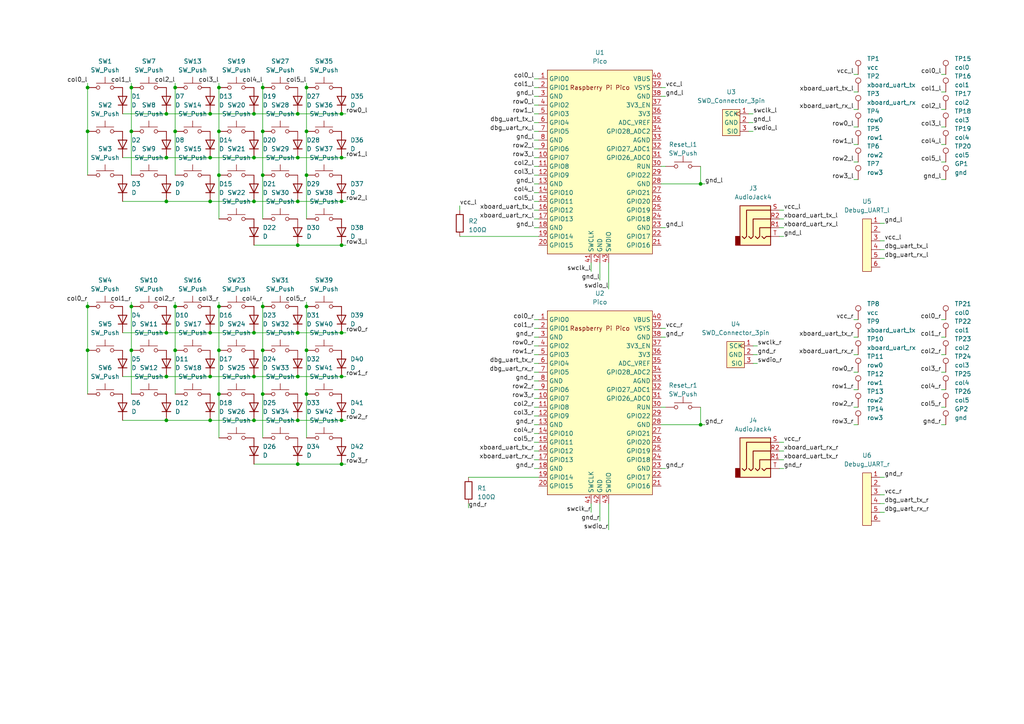
<source format=kicad_sch>
(kicad_sch (version 20230121) (generator eeschema)
  (paper "A4")
  (junction (at 86.36 71.12))
  (junction (at 73.66 45.72))
  (junction (at 88.9 88.9))
  (junction (at 99.06 121.92))
  (junction (at 99.06 71.12))
  (junction (at 48.26 96.52))
  (junction (at 63.5 50.8))
  (junction (at 73.66 58.42))
  (junction (at 86.36 96.52))
  (junction (at 99.06 96.52))
  (junction (at 99.06 134.62))
  (junction (at 63.5 88.9))
  (junction (at 38.1 101.6))
  (junction (at 60.96 121.92))
  (junction (at 38.1 88.9))
  (junction (at 60.96 45.72))
  (junction (at 73.66 33.02))
  (junction (at 73.66 121.92))
  (junction (at 88.9 114.3))
  (junction (at 48.26 109.22))
  (junction (at 99.06 109.22))
  (junction (at 25.4 101.6))
  (junction (at 73.66 109.22))
  (junction (at 60.96 58.42))
  (junction (at 25.4 38.1))
  (junction (at 76.2 25.4))
  (junction (at 76.2 101.6))
  (junction (at 60.96 33.02))
  (junction (at 63.5 38.1))
  (junction (at 99.06 45.72))
  (junction (at 38.1 25.4))
  (junction (at 48.26 45.72))
  (junction (at 50.8 38.1))
  (junction (at 48.26 121.92))
  (junction (at 76.2 38.1))
  (junction (at 63.5 114.3))
  (junction (at 50.8 25.4))
  (junction (at 86.36 134.62))
  (junction (at 99.06 33.02))
  (junction (at 86.36 33.02))
  (junction (at 73.66 96.52))
  (junction (at 48.26 33.02))
  (junction (at 88.9 50.8))
  (junction (at 50.8 88.9))
  (junction (at 76.2 50.8))
  (junction (at 38.1 38.1))
  (junction (at 63.5 25.4))
  (junction (at 86.36 109.22))
  (junction (at 60.96 96.52))
  (junction (at 48.26 58.42))
  (junction (at 25.4 88.9))
  (junction (at 88.9 38.1))
  (junction (at 50.8 101.6))
  (junction (at 203.2 123.19))
  (junction (at 63.5 101.6))
  (junction (at 25.4 25.4))
  (junction (at 88.9 25.4))
  (junction (at 76.2 88.9))
  (junction (at 203.2 53.34))
  (junction (at 86.36 45.72))
  (junction (at 76.2 114.3))
  (junction (at 88.9 101.6))
  (junction (at 86.36 58.42))
  (junction (at 86.36 121.92))
  (junction (at 99.06 58.42))
  (junction (at 60.96 109.22))
  (wire (pts (xy 247.65 123.19) (xy 248.92 123.19)))
  (wire (pts (xy 38.1 101.6) (xy 38.1 114.3)))
  (wire (pts (xy 273.05 21.59) (xy 274.32 21.59)))
  (wire (pts (xy 50.8 24.13) (xy 50.8 25.4)))
  (wire (pts (xy 273.05 107.95) (xy 274.32 107.95)))
  (wire (pts (xy 88.9 101.6) (xy 88.9 114.3)))
  (wire (pts (xy 38.1 24.13) (xy 38.1 25.4)))
  (wire (pts (xy 247.65 92.71) (xy 248.92 92.71)))
  (wire (pts (xy 63.5 25.4) (xy 63.5 38.1)))
  (wire (pts (xy 173.99 146.05) (xy 173.99 151.13)))
  (wire (pts (xy 38.1 87.63) (xy 38.1 88.9)))
  (wire (pts (xy 218.44 102.87) (xy 219.71 102.87)))
  (wire (pts (xy 273.05 41.91) (xy 274.32 41.91)))
  (wire (pts (xy 273.05 46.99) (xy 274.32 46.99)))
  (wire (pts (xy 154.94 125.73) (xy 156.21 125.73)))
  (wire (pts (xy 35.56 58.42) (xy 48.26 58.42)))
  (wire (pts (xy 247.65 36.83) (xy 248.92 36.83)))
  (wire (pts (xy 60.96 33.02) (xy 73.66 33.02)))
  (wire (pts (xy 255.27 74.93) (xy 256.54 74.93)))
  (wire (pts (xy 154.94 97.79) (xy 156.21 97.79)))
  (wire (pts (xy 154.94 40.64) (xy 156.21 40.64)))
  (wire (pts (xy 86.36 121.92) (xy 99.06 121.92)))
  (wire (pts (xy 135.89 138.43) (xy 156.21 138.43)))
  (wire (pts (xy 247.65 26.67) (xy 248.92 26.67)))
  (wire (pts (xy 135.89 146.05) (xy 135.89 147.32)))
  (wire (pts (xy 273.05 92.71) (xy 274.32 92.71)))
  (wire (pts (xy 35.56 109.22) (xy 48.26 109.22)))
  (wire (pts (xy 154.94 92.71) (xy 156.21 92.71)))
  (wire (pts (xy 273.05 123.19) (xy 274.32 123.19)))
  (wire (pts (xy 154.94 118.11) (xy 156.21 118.11)))
  (wire (pts (xy 203.2 118.11) (xy 203.2 123.19)))
  (wire (pts (xy 133.35 68.58) (xy 156.21 68.58)))
  (wire (pts (xy 154.94 133.35) (xy 156.21 133.35)))
  (wire (pts (xy 86.36 109.22) (xy 99.06 109.22)))
  (wire (pts (xy 273.05 113.03) (xy 274.32 113.03)))
  (wire (pts (xy 154.94 33.02) (xy 156.21 33.02)))
  (wire (pts (xy 154.94 30.48) (xy 156.21 30.48)))
  (wire (pts (xy 60.96 58.42) (xy 73.66 58.42)))
  (wire (pts (xy 154.94 48.26) (xy 156.21 48.26)))
  (wire (pts (xy 247.65 102.87) (xy 248.92 102.87)))
  (wire (pts (xy 86.36 96.52) (xy 99.06 96.52)))
  (wire (pts (xy 154.94 107.95) (xy 156.21 107.95)))
  (wire (pts (xy 247.65 31.75) (xy 248.92 31.75)))
  (wire (pts (xy 191.77 53.34) (xy 203.2 53.34)))
  (wire (pts (xy 35.56 33.02) (xy 48.26 33.02)))
  (wire (pts (xy 25.4 87.63) (xy 25.4 88.9)))
  (wire (pts (xy 191.77 25.4) (xy 193.04 25.4)))
  (wire (pts (xy 99.06 58.42) (xy 100.33 58.42)))
  (wire (pts (xy 154.94 43.18) (xy 156.21 43.18)))
  (wire (pts (xy 86.36 33.02) (xy 99.06 33.02)))
  (wire (pts (xy 176.53 76.2) (xy 176.53 83.82)))
  (wire (pts (xy 73.66 33.02) (xy 86.36 33.02)))
  (wire (pts (xy 154.94 130.81) (xy 156.21 130.81)))
  (wire (pts (xy 88.9 24.13) (xy 88.9 25.4)))
  (wire (pts (xy 273.05 52.07) (xy 274.32 52.07)))
  (wire (pts (xy 48.26 45.72) (xy 60.96 45.72)))
  (wire (pts (xy 247.65 113.03) (xy 248.92 113.03)))
  (wire (pts (xy 154.94 27.94) (xy 156.21 27.94)))
  (wire (pts (xy 63.5 87.63) (xy 63.5 88.9)))
  (wire (pts (xy 63.5 50.8) (xy 63.5 63.5)))
  (wire (pts (xy 203.2 53.34) (xy 204.47 53.34)))
  (wire (pts (xy 76.2 87.63) (xy 76.2 88.9)))
  (wire (pts (xy 171.45 146.05) (xy 171.45 148.59)))
  (wire (pts (xy 25.4 101.6) (xy 25.4 114.3)))
  (wire (pts (xy 86.36 58.42) (xy 99.06 58.42)))
  (wire (pts (xy 60.96 96.52) (xy 73.66 96.52)))
  (wire (pts (xy 86.36 71.12) (xy 99.06 71.12)))
  (wire (pts (xy 63.5 38.1) (xy 63.5 50.8)))
  (wire (pts (xy 76.2 114.3) (xy 76.2 127)))
  (wire (pts (xy 25.4 38.1) (xy 25.4 50.8)))
  (wire (pts (xy 60.96 121.92) (xy 73.66 121.92)))
  (wire (pts (xy 247.65 46.99) (xy 248.92 46.99)))
  (wire (pts (xy 48.26 96.52) (xy 60.96 96.52)))
  (wire (pts (xy 247.65 118.11) (xy 248.92 118.11)))
  (wire (pts (xy 25.4 24.13) (xy 25.4 25.4)))
  (wire (pts (xy 154.94 102.87) (xy 156.21 102.87)))
  (wire (pts (xy 226.06 135.89) (xy 227.33 135.89)))
  (wire (pts (xy 191.77 135.89) (xy 193.04 135.89)))
  (wire (pts (xy 35.56 96.52) (xy 48.26 96.52)))
  (wire (pts (xy 99.06 109.22) (xy 100.33 109.22)))
  (wire (pts (xy 38.1 25.4) (xy 38.1 38.1)))
  (wire (pts (xy 226.06 133.35) (xy 227.33 133.35)))
  (wire (pts (xy 273.05 118.11) (xy 274.32 118.11)))
  (wire (pts (xy 88.9 114.3) (xy 88.9 127)))
  (wire (pts (xy 76.2 88.9) (xy 76.2 101.6)))
  (wire (pts (xy 154.94 63.5) (xy 156.21 63.5)))
  (wire (pts (xy 255.27 69.85) (xy 256.54 69.85)))
  (wire (pts (xy 191.77 66.04) (xy 193.04 66.04)))
  (wire (pts (xy 154.94 115.57) (xy 156.21 115.57)))
  (wire (pts (xy 154.94 38.1) (xy 156.21 38.1)))
  (wire (pts (xy 176.53 146.05) (xy 176.53 153.67)))
  (wire (pts (xy 73.66 58.42) (xy 86.36 58.42)))
  (wire (pts (xy 76.2 25.4) (xy 76.2 38.1)))
  (wire (pts (xy 35.56 45.72) (xy 48.26 45.72)))
  (wire (pts (xy 218.44 100.33) (xy 219.71 100.33)))
  (wire (pts (xy 86.36 134.62) (xy 99.06 134.62)))
  (wire (pts (xy 154.94 113.03) (xy 156.21 113.03)))
  (wire (pts (xy 154.94 100.33) (xy 156.21 100.33)))
  (wire (pts (xy 48.26 109.22) (xy 60.96 109.22)))
  (wire (pts (xy 63.5 24.13) (xy 63.5 25.4)))
  (wire (pts (xy 154.94 58.42) (xy 156.21 58.42)))
  (wire (pts (xy 88.9 87.63) (xy 88.9 88.9)))
  (wire (pts (xy 154.94 45.72) (xy 156.21 45.72)))
  (wire (pts (xy 73.66 109.22) (xy 86.36 109.22)))
  (wire (pts (xy 273.05 97.79) (xy 274.32 97.79)))
  (wire (pts (xy 88.9 38.1) (xy 88.9 50.8)))
  (wire (pts (xy 154.94 22.86) (xy 156.21 22.86)))
  (wire (pts (xy 88.9 88.9) (xy 88.9 101.6)))
  (wire (pts (xy 99.06 96.52) (xy 100.33 96.52)))
  (wire (pts (xy 273.05 26.67) (xy 274.32 26.67)))
  (wire (pts (xy 48.26 58.42) (xy 60.96 58.42)))
  (wire (pts (xy 173.99 76.2) (xy 173.99 81.28)))
  (wire (pts (xy 255.27 72.39) (xy 256.54 72.39)))
  (wire (pts (xy 154.94 25.4) (xy 156.21 25.4)))
  (wire (pts (xy 154.94 66.04) (xy 156.21 66.04)))
  (wire (pts (xy 191.77 97.79) (xy 193.04 97.79)))
  (wire (pts (xy 73.66 45.72) (xy 86.36 45.72)))
  (wire (pts (xy 154.94 95.25) (xy 156.21 95.25)))
  (wire (pts (xy 247.65 52.07) (xy 248.92 52.07)))
  (wire (pts (xy 247.65 41.91) (xy 248.92 41.91)))
  (wire (pts (xy 154.94 123.19) (xy 156.21 123.19)))
  (wire (pts (xy 154.94 60.96) (xy 156.21 60.96)))
  (wire (pts (xy 50.8 25.4) (xy 50.8 38.1)))
  (wire (pts (xy 25.4 88.9) (xy 25.4 101.6)))
  (wire (pts (xy 226.06 60.96) (xy 227.33 60.96)))
  (wire (pts (xy 73.66 121.92) (xy 86.36 121.92)))
  (wire (pts (xy 73.66 71.12) (xy 86.36 71.12)))
  (wire (pts (xy 226.06 68.58) (xy 227.33 68.58)))
  (wire (pts (xy 217.17 33.02) (xy 218.44 33.02)))
  (wire (pts (xy 247.65 107.95) (xy 248.92 107.95)))
  (wire (pts (xy 226.06 130.81) (xy 227.33 130.81)))
  (wire (pts (xy 76.2 50.8) (xy 76.2 63.5)))
  (wire (pts (xy 154.94 55.88) (xy 156.21 55.88)))
  (wire (pts (xy 63.5 114.3) (xy 63.5 127)))
  (wire (pts (xy 273.05 31.75) (xy 274.32 31.75)))
  (wire (pts (xy 191.77 95.25) (xy 193.04 95.25)))
  (wire (pts (xy 38.1 38.1) (xy 38.1 50.8)))
  (wire (pts (xy 154.94 135.89) (xy 156.21 135.89)))
  (wire (pts (xy 226.06 128.27) (xy 227.33 128.27)))
  (wire (pts (xy 247.65 97.79) (xy 248.92 97.79)))
  (wire (pts (xy 60.96 109.22) (xy 73.66 109.22)))
  (wire (pts (xy 50.8 88.9) (xy 50.8 101.6)))
  (wire (pts (xy 154.94 105.41) (xy 156.21 105.41)))
  (wire (pts (xy 154.94 110.49) (xy 156.21 110.49)))
  (wire (pts (xy 73.66 134.62) (xy 86.36 134.62)))
  (wire (pts (xy 154.94 35.56) (xy 156.21 35.56)))
  (wire (pts (xy 133.35 59.69) (xy 133.35 60.96)))
  (wire (pts (xy 273.05 102.87) (xy 274.32 102.87)))
  (wire (pts (xy 154.94 128.27) (xy 156.21 128.27)))
  (wire (pts (xy 154.94 50.8) (xy 156.21 50.8)))
  (wire (pts (xy 226.06 66.04) (xy 227.33 66.04)))
  (wire (pts (xy 88.9 50.8) (xy 88.9 63.5)))
  (wire (pts (xy 191.77 27.94) (xy 193.04 27.94)))
  (wire (pts (xy 48.26 121.92) (xy 60.96 121.92)))
  (wire (pts (xy 154.94 120.65) (xy 156.21 120.65)))
  (wire (pts (xy 76.2 38.1) (xy 76.2 50.8)))
  (wire (pts (xy 226.06 63.5) (xy 227.33 63.5)))
  (wire (pts (xy 99.06 134.62) (xy 100.33 134.62)))
  (wire (pts (xy 63.5 101.6) (xy 63.5 114.3)))
  (wire (pts (xy 99.06 45.72) (xy 100.33 45.72)))
  (wire (pts (xy 255.27 138.43) (xy 256.54 138.43)))
  (wire (pts (xy 86.36 45.72) (xy 99.06 45.72)))
  (wire (pts (xy 218.44 105.41) (xy 219.71 105.41)))
  (wire (pts (xy 191.77 48.26) (xy 193.04 48.26)))
  (wire (pts (xy 60.96 45.72) (xy 73.66 45.72)))
  (wire (pts (xy 35.56 121.92) (xy 48.26 121.92)))
  (wire (pts (xy 73.66 96.52) (xy 86.36 96.52)))
  (wire (pts (xy 255.27 146.05) (xy 256.54 146.05)))
  (wire (pts (xy 50.8 87.63) (xy 50.8 88.9)))
  (wire (pts (xy 99.06 33.02) (xy 100.33 33.02)))
  (wire (pts (xy 50.8 38.1) (xy 50.8 50.8)))
  (wire (pts (xy 255.27 143.51) (xy 256.54 143.51)))
  (wire (pts (xy 50.8 101.6) (xy 50.8 114.3)))
  (wire (pts (xy 99.06 71.12) (xy 100.33 71.12)))
  (wire (pts (xy 76.2 101.6) (xy 76.2 114.3)))
  (wire (pts (xy 255.27 64.77) (xy 256.54 64.77)))
  (wire (pts (xy 191.77 123.19) (xy 203.2 123.19)))
  (wire (pts (xy 255.27 148.59) (xy 256.54 148.59)))
  (wire (pts (xy 154.94 53.34) (xy 156.21 53.34)))
  (wire (pts (xy 63.5 88.9) (xy 63.5 101.6)))
  (wire (pts (xy 25.4 25.4) (xy 25.4 38.1)))
  (wire (pts (xy 99.06 121.92) (xy 100.33 121.92)))
  (wire (pts (xy 217.17 38.1) (xy 218.44 38.1)))
  (wire (pts (xy 76.2 24.13) (xy 76.2 25.4)))
  (wire (pts (xy 38.1 88.9) (xy 38.1 101.6)))
  (wire (pts (xy 203.2 48.26) (xy 203.2 53.34)))
  (wire (pts (xy 203.2 123.19) (xy 204.47 123.19)))
  (wire (pts (xy 191.77 118.11) (xy 193.04 118.11)))
  (wire (pts (xy 217.17 35.56) (xy 218.44 35.56)))
  (wire (pts (xy 171.45 76.2) (xy 171.45 78.74)))
  (wire (pts (xy 48.26 33.02) (xy 60.96 33.02)))
  (wire (pts (xy 273.05 36.83) (xy 274.32 36.83)))
  (wire (pts (xy 88.9 25.4) (xy 88.9 38.1)))
  (wire (pts (xy 247.65 21.59) (xy 248.92 21.59)))
  (label "swdio_r" (at 176.53 153.67 180))
  (label "col2_l" (at 50.8 24.13 180))
  (label "swclk_l" (at 218.44 33.02 0))
  (label "xboard_uart_rx_l" (at 247.65 31.75 180))
  (label "gnd_r" (at 256.54 138.43 0))
  (label "gnd_r" (at 273.05 123.19 180))
  (label "dbg_uart_tx_l" (at 256.54 72.39 0))
  (label "gnd_l" (at 256.54 64.77 0))
  (label "gnd_r" (at 227.33 135.89 0))
  (label "col3_r" (at 154.94 120.65 180))
  (label "row3_r" (at 247.65 123.19 180))
  (label "col4_l" (at 76.2 24.13 180))
  (label "vcc_l" (at 133.35 59.69 0))
  (label "swclk_r" (at 219.71 100.33 0))
  (label "gnd_l" (at 173.99 81.28 180))
  (label "row2_l" (at 247.65 46.99 180))
  (label "gnd_r" (at 154.94 123.19 180))
  (label "row1_l" (at 100.33 45.72 0))
  (label "row2_r" (at 154.94 113.03 180))
  (label "xboard_uart_tx_r" (at 247.65 97.79 180))
  (label "gnd_r" (at 193.04 135.89 0))
  (label "row0_r" (at 247.65 107.95 180))
  (label "gnd_l" (at 154.94 66.04 180))
  (label "gnd_l" (at 154.94 40.64 180))
  (label "gnd_l" (at 193.04 66.04 0))
  (label "gnd_r" (at 219.71 102.87 0))
  (label "col1_l" (at 273.05 26.67 180))
  (label "gnd_r" (at 135.89 147.32 0))
  (label "col2_r" (at 50.8 87.63 180))
  (label "row0_r" (at 154.94 100.33 180))
  (label "xboard_uart_rx_l" (at 227.33 66.04 0))
  (label "row1_r" (at 247.65 113.03 180))
  (label "swdio_r" (at 219.71 105.41 0))
  (label "col0_r" (at 25.4 87.63 180))
  (label "gnd_r" (at 154.94 110.49 180))
  (label "gnd_r" (at 173.99 151.13 180))
  (label "col2_r" (at 273.05 102.87 180))
  (label "col5_l" (at 88.9 24.13 180))
  (label "col3_r" (at 63.5 87.63 180))
  (label "row3_r" (at 100.33 134.62 0))
  (label "col4_l" (at 273.05 41.91 180))
  (label "dbg_uart_rx_r" (at 256.54 148.59 0))
  (label "swclk_r" (at 171.45 148.59 180))
  (label "xboard_uart_tx_r" (at 227.33 133.35 0))
  (label "vcc_r" (at 256.54 143.51 0))
  (label "row2_l" (at 100.33 58.42 0))
  (label "xboard_uart_rx_r" (at 154.94 133.35 180))
  (label "vcc_l" (at 227.33 60.96 0))
  (label "row2_r" (at 247.65 118.11 180))
  (label "swclk_l" (at 171.45 78.74 180))
  (label "col1_r" (at 273.05 97.79 180))
  (label "col2_l" (at 273.05 31.75 180))
  (label "col4_r" (at 154.94 125.73 180))
  (label "row0_l" (at 154.94 30.48 180))
  (label "dbg_uart_tx_r" (at 256.54 146.05 0))
  (label "dbg_uart_tx_r" (at 154.94 105.41 180))
  (label "row3_l" (at 100.33 71.12 0))
  (label "dbg_uart_rx_l" (at 154.94 38.1 180))
  (label "col0_r" (at 154.94 92.71 180))
  (label "swdio_l" (at 176.53 83.82 180))
  (label "col1_r" (at 38.1 87.63 180))
  (label "xboard_uart_rx_r" (at 227.33 130.81 0))
  (label "col0_l" (at 154.94 22.86 180))
  (label "vcc_l" (at 193.04 25.4 0))
  (label "col3_l" (at 63.5 24.13 180))
  (label "row0_r" (at 100.33 96.52 0))
  (label "row1_r" (at 100.33 109.22 0))
  (label "gnd_r" (at 193.04 97.79 0))
  (label "vcc_l" (at 247.65 21.59 180))
  (label "col4_r" (at 273.05 113.03 180))
  (label "gnd_l" (at 227.33 68.58 0))
  (label "xboard_uart_tx_l" (at 247.65 26.67 180))
  (label "gnd_l" (at 193.04 27.94 0))
  (label "col3_r" (at 273.05 107.95 180))
  (label "col1_r" (at 154.94 95.25 180))
  (label "vcc_l" (at 256.54 69.85 0))
  (label "col0_l" (at 25.4 24.13 180))
  (label "col2_r" (at 154.94 118.11 180))
  (label "gnd_l" (at 204.47 53.34 0))
  (label "row3_l" (at 247.65 52.07 180))
  (label "vcc_r" (at 227.33 128.27 0))
  (label "col4_l" (at 154.94 55.88 180))
  (label "row1_l" (at 247.65 41.91 180))
  (label "col4_r" (at 76.2 87.63 180))
  (label "col0_r" (at 273.05 92.71 180))
  (label "gnd_l" (at 218.44 35.56 0))
  (label "row1_l" (at 154.94 33.02 180))
  (label "swdio_l" (at 218.44 38.1 0))
  (label "xboard_uart_rx_r" (at 247.65 102.87 180))
  (label "row3_l" (at 154.94 45.72 180))
  (label "gnd_l" (at 273.05 52.07 180))
  (label "dbg_uart_rx_l" (at 256.54 74.93 0))
  (label "xboard_uart_tx_l" (at 227.33 63.5 0))
  (label "gnd_l" (at 154.94 27.94 180))
  (label "xboard_uart_rx_l" (at 154.94 63.5 180))
  (label "col3_l" (at 273.05 36.83 180))
  (label "gnd_r" (at 154.94 97.79 180))
  (label "dbg_uart_rx_r" (at 154.94 107.95 180))
  (label "vcc_r" (at 247.65 92.71 180))
  (label "vcc_r" (at 193.04 95.25 0))
  (label "row0_l" (at 100.33 33.02 0))
  (label "col5_r" (at 273.05 118.11 180))
  (label "row0_l" (at 247.65 36.83 180))
  (label "col0_l" (at 273.05 21.59 180))
  (label "row2_l" (at 154.94 43.18 180))
  (label "col1_l" (at 38.1 24.13 180))
  (label "col5_r" (at 154.94 128.27 180))
  (label "gnd_r" (at 204.47 123.19 0))
  (label "row1_r" (at 154.94 102.87 180))
  (label "col5_l" (at 273.05 46.99 180))
  (label "dbg_uart_tx_l" (at 154.94 35.56 180))
  (label "xboard_uart_tx_r" (at 154.94 130.81 180))
  (label "xboard_uart_tx_l" (at 154.94 60.96 180))
  (label "gnd_l" (at 154.94 53.34 180))
  (label "col5_r" (at 88.9 87.63 180))
  (label "col2_l" (at 154.94 48.26 180))
  (label "row3_r" (at 154.94 115.57 180))
  (label "col1_l" (at 154.94 25.4 180))
  (label "col3_l" (at 154.94 50.8 180))
  (label "col5_l" (at 154.94 58.42 180))
  (label "row2_r" (at 100.33 121.92 0))
  (label "gnd_r" (at 154.94 135.89 180))
  (symbol (lib_id "Device:D") (at 99.06 105.41 90) (unit 1)
    (property "Reference" "D40" (at 101.6 104.1399 90) (effects (justify right)))
    (property "Value" "D" (at 101.6 106.6799 90) (effects (justify right)))
    (property "Footprint" "Diode_SMD:D_1206_3216Metric" (effects hide))
  )
  (symbol (lib_id "Connector:TestPoint") (at 274.32 36.83 0) (unit 1)
    (property "Reference" "TP18" (at 276.86 32.2579 0) (effects (justify left)))
    (property "Value" "col3" (at 276.86 34.7979 0) (effects (justify left)))
    (property "Footprint" "Connector_PinHeader_2.54mm:PinHeader_1x01_P2.54mm_Vertical" (effects hide))
  )
  (symbol (lib_id "Device:D") (at 99.06 92.71 90) (unit 1)
    (property "Reference" "D39" (at 101.6 91.4399 90) (effects (justify right)))
    (property "Value" "D" (at 101.6 93.9799 90) (effects (justify right)))
    (property "Footprint" "Diode_SMD:D_1206_3216Metric" (effects hide))
  )
  (symbol (lib_id "Device:D") (at 48.26 29.21 90) (unit 1)
    (property "Reference" "D7" (at 50.8 27.9399 90) (effects (justify right)))
    (property "Value" "D" (at 50.8 30.4799 90) (effects (justify right)))
    (property "Footprint" "Diode_SMD:D_1206_3216Metric" (effects hide))
  )
  (symbol (lib_id "Connector:TestPoint") (at 248.92 31.75 0) (unit 1)
    (property "Reference" "TP3" (at 251.46 27.1779 0) (effects (justify left)))
    (property "Value" "xboard_uart_rx" (at 251.46 29.7179 0) (effects (justify left)))
    (property "Footprint" "Connector_PinHeader_2.54mm:PinHeader_1x01_P2.54mm_Vertical" (effects hide))
  )
  (symbol (lib_id "Device:D") (at 86.36 54.61 90) (unit 1)
    (property "Reference" "D29" (at 88.9 53.3399 90) (effects (justify right)))
    (property "Value" "D" (at 88.9 55.8799 90) (effects (justify right)))
    (property "Footprint" "Diode_SMD:D_1206_3216Metric" (effects hide))
  )
  (symbol (lib_id "Connector:TestPoint") (at 248.92 46.99 0) (unit 1)
    (property "Reference" "TP6" (at 251.46 42.4179 0) (effects (justify left)))
    (property "Value" "row2" (at 251.46 44.9579 0) (effects (justify left)))
    (property "Footprint" "Connector_PinHeader_2.54mm:PinHeader_1x01_P2.54mm_Vertical" (effects hide))
  )
  (symbol (lib_id "Switch:SW_Push") (at 81.28 25.4 0) (unit 1)
    (property "Reference" "SW27" (at 81.28 17.78 0))
    (property "Value" "SW_Push" (at 81.28 20.32 0))
    (property "Footprint" "Key_Switches:Kailh_socket_MX" (effects hide))
  )
  (symbol (lib_id "Connector:TestPoint") (at 274.32 123.19 0) (unit 1)
    (property "Reference" "GP2" (at 276.86 118.6179 0) (effects (justify left)))
    (property "Value" "gnd" (at 276.86 121.1579 0) (effects (justify left)))
    (property "Footprint" "Connector_PinHeader_2.54mm:PinHeader_1x01_P2.54mm_Vertical" (effects hide))
  )
  (symbol (lib_id "Connector:TestPoint") (at 248.92 52.07 0) (unit 1)
    (property "Reference" "TP7" (at 251.46 47.4979 0) (effects (justify left)))
    (property "Value" "row3" (at 251.46 50.0379 0) (effects (justify left)))
    (property "Footprint" "Connector_PinHeader_2.54mm:PinHeader_1x01_P2.54mm_Vertical" (effects hide))
  )
  (symbol (lib_id "Device:D") (at 73.66 54.61 90) (unit 1)
    (property "Reference" "D21" (at 76.2 53.3399 90) (effects (justify right)))
    (property "Value" "D" (at 76.2 55.8799 90) (effects (justify right)))
    (property "Footprint" "Diode_SMD:D_1206_3216Metric" (effects hide))
  )
  (symbol (lib_id "Device:D") (at 60.96 29.21 90) (unit 1)
    (property "Reference" "D13" (at 63.5 27.9399 90) (effects (justify right)))
    (property "Value" "D" (at 63.5 30.4799 90) (effects (justify right)))
    (property "Footprint" "Diode_SMD:D_1206_3216Metric" (effects hide))
  )
  (symbol (lib_id "Connector:TestPoint") (at 274.32 113.03 0) (unit 1)
    (property "Reference" "TP25" (at 276.86 108.4579 0) (effects (justify left)))
    (property "Value" "col4" (at 276.86 110.9979 0) (effects (justify left)))
    (property "Footprint" "Connector_PinHeader_2.54mm:PinHeader_1x01_P2.54mm_Vertical" (effects hide))
  )
  (symbol (lib_id "Switch:SW_Push") (at 43.18 25.4 0) (unit 1)
    (property "Reference" "SW7" (at 43.18 17.78 0))
    (property "Value" "SW_Push" (at 43.18 20.32 0))
    (property "Footprint" "Key_Switches:Kailh_socket_MX" (effects hide))
  )
  (symbol (lib_id "Connector:TestPoint") (at 248.92 41.91 0) (unit 1)
    (property "Reference" "TP5" (at 251.46 37.3379 0) (effects (justify left)))
    (property "Value" "row1" (at 251.46 39.8779 0) (effects (justify left)))
    (property "Footprint" "Connector_PinHeader_2.54mm:PinHeader_1x01_P2.54mm_Vertical" (effects hide))
  )
  (symbol (lib_id "Device:D") (at 35.56 54.61 90) (unit 1)
    (property "Reference" "D3" (at 38.1 53.3399 90) (effects (justify right)))
    (property "Value" "D" (at 38.1 55.8799 90) (effects (justify right)))
    (property "Footprint" "Diode_SMD:D_1206_3216Metric" (effects hide))
  )
  (symbol (lib_id "Device:D") (at 86.36 67.31 90) (unit 1)
    (property "Reference" "D30" (at 88.9 66.0399 90) (effects (justify right)))
    (property "Value" "D" (at 88.9 68.5799 90) (effects (justify right)))
    (property "Footprint" "Diode_SMD:D_1206_3216Metric" (effects hide))
  )
  (symbol (lib_id "Switch:SW_Push") (at 93.98 50.8 0) (unit 1)
    (property "Reference" "SW37" (at 93.98 43.18 0))
    (property "Value" "SW_Push" (at 93.98 45.72 0))
    (property "Footprint" "Key_Switches:Kailh_socket_MX" (effects hide))
  )
  (symbol (lib_id "Connector:TestPoint") (at 274.32 26.67 0) (unit 1)
    (property "Reference" "TP16" (at 276.86 22.0979 0) (effects (justify left)))
    (property "Value" "col1" (at 276.86 24.6379 0) (effects (justify left)))
    (property "Footprint" "Connector_PinHeader_2.54mm:PinHeader_1x01_P2.54mm_Vertical" (effects hide))
  )
  (symbol (lib_id "Device:D") (at 86.36 105.41 90) (unit 1)
    (property "Reference" "D32" (at 88.9 104.1399 90) (effects (justify right)))
    (property "Value" "D" (at 88.9 106.6799 90) (effects (justify right)))
    (property "Footprint" "Diode_SMD:D_1206_3216Metric" (effects hide))
  )
  (symbol (lib_id "entropy:Header_6pin") (at 251.46 144.78 270) (unit 1) (in_bom no)
    (property "Reference" "U6" (at 251.46 132.08 90))
    (property "Value" "Debug_UART_r" (at 251.46 134.62 90))
    (property "Footprint" "entropy:Header_6pin" (effects hide))
  )
  (symbol (lib_id "Switch:SW_Push") (at 68.58 101.6 0) (unit 1)
    (property "Reference" "SW24" (at 68.58 93.98 0))
    (property "Value" "SW_Push" (at 68.58 96.52 0))
    (property "Footprint" "Key_Switches:Kailh_socket_MX" (effects hide))
  )
  (symbol (lib_id "Connector:TestPoint") (at 274.32 21.59 0) (unit 1)
    (property "Reference" "TP15" (at 276.86 17.0179 0) (effects (justify left)))
    (property "Value" "col0" (at 276.86 19.5579 0) (effects (justify left)))
    (property "Footprint" "Connector_PinHeader_2.54mm:PinHeader_1x01_P2.54mm_Vertical" (effects hide))
  )
  (symbol (lib_id "Switch:SW_Push") (at 81.28 127 0) (unit 1)
    (property "Reference" "SW34" (at 81.28 119.38 0))
    (property "Value" "SW_Push" (at 81.28 121.92 0))
    (property "Footprint" "Key_Switches:Kailh_socket_MX" (effects hide))
  )
  (symbol (lib_id "Device:D") (at 73.66 118.11 90) (unit 1)
    (property "Reference" "D25" (at 76.2 116.8399 90) (effects (justify right)))
    (property "Value" "D" (at 76.2 119.3799 90) (effects (justify right)))
    (property "Footprint" "Diode_SMD:D_1206_3216Metric" (effects hide))
  )
  (symbol (lib_id "Switch:SW_Push") (at 198.12 48.26 0) (unit 1)
    (property "Reference" "Reset_l1" (at 198.12 41.91 0))
    (property "Value" "SW_Push" (at 198.12 44.45 0))
    (property "Footprint" "entropy:SW_PTS636_SK25F_SMTR" (effects hide))
  )
  (symbol (lib_id "Connector:AudioJack4") (at 220.98 130.81 0) (unit 1)
    (property "Reference" "J4" (at 218.44 121.92 0))
    (property "Value" "AudioJack4" (at 218.44 124.46 0))
    (property "Footprint" "entropy:Jack_3.5mm_boardsource_TRRS_TH" (effects hide))
  )
  (symbol (lib_id "Switch:SW_Push") (at 81.28 63.5 0) (unit 1)
    (property "Reference" "SW30" (at 81.28 55.88 0))
    (property "Value" "SW_Push" (at 81.28 58.42 0))
    (property "Footprint" "Key_Switches:Kailh_socket_MX" (effects hide))
  )
  (symbol (lib_id "Device:D") (at 35.56 105.41 90) (unit 1)
    (property "Reference" "D5" (at 38.1 104.1399 90) (effects (justify right)))
    (property "Value" "D" (at 38.1 106.6799 90) (effects (justify right)))
    (property "Footprint" "Diode_SMD:D_1206_3216Metric" (effects hide))
  )
  (symbol (lib_id "Switch:SW_Push") (at 68.58 88.9 0) (unit 1)
    (property "Reference" "SW23" (at 68.58 81.28 0))
    (property "Value" "SW_Push" (at 68.58 83.82 0))
    (property "Footprint" "Key_Switches:Kailh_socket_MX" (effects hide))
  )
  (symbol (lib_id "Device:D") (at 48.26 92.71 90) (unit 1)
    (property "Reference" "D10" (at 50.8 91.4399 90) (effects (justify right)))
    (property "Value" "D" (at 50.8 93.9799 90) (effects (justify right)))
    (property "Footprint" "Diode_SMD:D_1206_3216Metric" (effects hide))
  )
  (symbol (lib_id "Connector:TestPoint") (at 248.92 118.11 0) (unit 1)
    (property "Reference" "TP13" (at 251.46 113.5379 0) (effects (justify left)))
    (property "Value" "row2" (at 251.46 116.0779 0) (effects (justify left)))
    (property "Footprint" "Connector_PinHeader_2.54mm:PinHeader_1x01_P2.54mm_Vertical" (effects hide))
  )
  (symbol (lib_id "Device:D") (at 86.36 29.21 90) (unit 1)
    (property "Reference" "D27" (at 88.9 27.9399 90) (effects (justify right)))
    (property "Value" "D" (at 88.9 30.4799 90) (effects (justify right)))
    (property "Footprint" "Diode_SMD:D_1206_3216Metric" (effects hide))
  )
  (symbol (lib_id "Connector:TestPoint") (at 248.92 107.95 0) (unit 1)
    (property "Reference" "TP11" (at 251.46 103.3779 0) (effects (justify left)))
    (property "Value" "row0" (at 251.46 105.9179 0) (effects (justify left)))
    (property "Footprint" "Connector_PinHeader_2.54mm:PinHeader_1x01_P2.54mm_Vertical" (effects hide))
  )
  (symbol (lib_id "Device:D") (at 35.56 118.11 90) (unit 1)
    (property "Reference" "D6" (at 38.1 116.8399 90) (effects (justify right)))
    (property "Value" "D" (at 38.1 119.3799 90) (effects (justify right)))
    (property "Footprint" "Diode_SMD:D_1206_3216Metric" (effects hide))
  )
  (symbol (lib_id "Device:D") (at 73.66 130.81 90) (unit 1)
    (property "Reference" "D26" (at 76.2 129.5399 90) (effects (justify right)))
    (property "Value" "D" (at 76.2 132.0799 90) (effects (justify right)))
    (property "Footprint" "Diode_SMD:D_1206_3216Metric" (effects hide))
  )
  (symbol (lib_id "Connector:TestPoint") (at 274.32 118.11 0) (unit 1)
    (property "Reference" "TP26" (at 276.86 113.5379 0) (effects (justify left)))
    (property "Value" "col5" (at 276.86 116.0779 0) (effects (justify left)))
    (property "Footprint" "Connector_PinHeader_2.54mm:PinHeader_1x01_P2.54mm_Vertical" (effects hide))
  )
  (symbol (lib_id "Switch:SW_Push") (at 68.58 50.8 0) (unit 1)
    (property "Reference" "SW21" (at 68.58 43.18 0))
    (property "Value" "SW_Push" (at 68.58 45.72 0))
    (property "Footprint" "Key_Switches:Kailh_socket_MX" (effects hide))
  )
  (symbol (lib_id "Device:D") (at 73.66 67.31 90) (unit 1)
    (property "Reference" "D22" (at 76.2 66.0399 90) (effects (justify right)))
    (property "Value" "D" (at 76.2 68.5799 90) (effects (justify right)))
    (property "Footprint" "Diode_SMD:D_1206_3216Metric" (effects hide))
  )
  (symbol (lib_id "Device:R") (at 133.35 64.77 0) (unit 1)
    (property "Reference" "R2" (at 135.89 64.135 0) (effects (justify left)))
    (property "Value" "100Ω" (at 135.89 66.675 0) (effects (justify left)))
    (property "Footprint" "Resistor_SMD:R_0603_1608Metric" (effects hide))
    (property "Datasheet" "https://www.seielect.com/catalog/sei-rmcf_rmcp.pdf" (effects hide))
  )
  (symbol (lib_id "Switch:SW_Push") (at 55.88 114.3 0) (unit 1)
    (property "Reference" "SW18" (at 55.88 106.68 0))
    (property "Value" "SW_Push" (at 55.88 109.22 0))
    (property "Footprint" "Key_Switches:Kailh_socket_MX" (effects hide))
  )
  (symbol (lib_id "Switch:SW_Push") (at 30.48 101.6 0) (unit 1)
    (property "Reference" "SW5" (at 30.48 93.98 0))
    (property "Value" "SW_Push" (at 30.48 96.52 0))
    (property "Footprint" "Key_Switches:Kailh_socket_MX" (effects hide))
  )
  (symbol (lib_id "Switch:SW_Push") (at 81.28 88.9 0) (unit 1)
    (property "Reference" "SW31" (at 81.28 81.28 0))
    (property "Value" "SW_Push" (at 81.28 83.82 0))
    (property "Footprint" "Key_Switches:Kailh_socket_MX" (effects hide))
  )
  (symbol (lib_id "Device:D") (at 73.66 41.91 90) (unit 1)
    (property "Reference" "D20" (at 76.2 40.6399 90) (effects (justify right)))
    (property "Value" "D" (at 76.2 43.1799 90) (effects (justify right)))
    (property "Footprint" "Diode_SMD:D_1206_3216Metric" (effects hide))
  )
  (symbol (lib_id "entropy:Header_6pin") (at 251.46 71.12 270) (unit 1) (in_bom no)
    (property "Reference" "U5" (at 251.46 58.42 90))
    (property "Value" "Debug_UART_l" (at 251.46 60.96 90))
    (property "Footprint" "entropy:Header_6pin" (effects hide))
  )
  (symbol (lib_id "Switch:SW_Push") (at 68.58 25.4 0) (unit 1)
    (property "Reference" "SW19" (at 68.58 17.78 0))
    (property "Value" "SW_Push" (at 68.58 20.32 0))
    (property "Footprint" "Key_Switches:Kailh_socket_MX" (effects hide))
  )
  (symbol (lib_id "Switch:SW_Push") (at 55.88 88.9 0) (unit 1)
    (property "Reference" "SW16" (at 55.88 81.28 0))
    (property "Value" "SW_Push" (at 55.88 83.82 0))
    (property "Footprint" "Key_Switches:Kailh_socket_MX" (effects hide))
  )
  (symbol (lib_id "Switch:SW_Push") (at 68.58 63.5 0) (unit 1)
    (property "Reference" "SW22" (at 68.58 55.88 0))
    (property "Value" "SW_Push" (at 68.58 58.42 0))
    (property "Footprint" "Key_Switches:Kailh_socket_MX" (effects hide))
  )
  (symbol (lib_id "Switch:SW_Push") (at 30.48 88.9 0) (unit 1)
    (property "Reference" "SW4" (at 30.48 81.28 0))
    (property "Value" "SW_Push" (at 30.48 83.82 0))
    (property "Footprint" "Key_Switches:Kailh_socket_MX" (effects hide))
  )
  (symbol (lib_id "Switch:SW_Push") (at 30.48 114.3 0) (unit 1)
    (property "Reference" "SW6" (at 30.48 106.68 0))
    (property "Value" "SW_Push" (at 30.48 109.22 0))
    (property "Footprint" "Key_Switches:Kailh_socket_MX" (effects hide))
  )
  (symbol (lib_id "Device:D") (at 86.36 41.91 90) (unit 1)
    (property "Reference" "D28" (at 88.9 40.6399 90) (effects (justify right)))
    (property "Value" "D" (at 88.9 43.1799 90) (effects (justify right)))
    (property "Footprint" "Diode_SMD:D_1206_3216Metric" (effects hide))
  )
  (symbol (lib_id "Device:R") (at 135.89 142.24 0) (unit 1)
    (property "Reference" "R1" (at 138.43 141.605 0) (effects (justify left)))
    (property "Value" "100Ω" (at 138.43 144.145 0) (effects (justify left)))
    (property "Footprint" "Resistor_SMD:R_0603_1608Metric" (effects hide))
    (property "Datasheet" "https://www.seielect.com/catalog/sei-rmcf_rmcp.pdf" (effects hide))
  )
  (symbol (lib_id "Switch:SW_Push") (at 43.18 88.9 0) (unit 1)
    (property "Reference" "SW10" (at 43.18 81.28 0))
    (property "Value" "SW_Push" (at 43.18 83.82 0))
    (property "Footprint" "Key_Switches:Kailh_socket_MX" (effects hide))
  )
  (symbol (lib_id "Connector:TestPoint") (at 274.32 41.91 0) (unit 1)
    (property "Reference" "TP19" (at 276.86 37.3379 0) (effects (justify left)))
    (property "Value" "col4" (at 276.86 39.8779 0) (effects (justify left)))
    (property "Footprint" "Connector_PinHeader_2.54mm:PinHeader_1x01_P2.54mm_Vertical" (effects hide))
  )
  (symbol (lib_id "Switch:SW_Push") (at 30.48 50.8 0) (unit 1)
    (property "Reference" "SW3" (at 30.48 43.18 0))
    (property "Value" "SW_Push" (at 30.48 45.72 0))
    (property "Footprint" "Key_Switches:Kailh_socket_MX" (effects hide))
  )
  (symbol (lib_id "Switch:SW_Push") (at 198.12 118.11 0) (unit 1)
    (property "Reference" "Reset_r1" (at 198.12 111.76 0))
    (property "Value" "SW_Push" (at 198.12 114.3 0))
    (property "Footprint" "entropy:SW_PTS636_SK25F_SMTR" (effects hide))
  )
  (symbol (lib_id "Connector:TestPoint") (at 274.32 92.71 0) (unit 1)
    (property "Reference" "TP21" (at 276.86 88.1379 0) (effects (justify left)))
    (property "Value" "col0" (at 276.86 90.6779 0) (effects (justify left)))
    (property "Footprint" "Connector_PinHeader_2.54mm:PinHeader_1x01_P2.54mm_Vertical" (effects hide))
  )
  (symbol (lib_id "Switch:SW_Push") (at 55.88 38.1 0) (unit 1)
    (property "Reference" "SW14" (at 55.88 30.48 0))
    (property "Value" "SW_Push" (at 55.88 33.02 0))
    (property "Footprint" "Key_Switches:Kailh_socket_MX" (effects hide))
  )
  (symbol (lib_id "Device:D") (at 99.06 118.11 90) (unit 1)
    (property "Reference" "D41" (at 101.6 116.8399 90) (effects (justify right)))
    (property "Value" "D" (at 101.6 119.3799 90) (effects (justify right)))
    (property "Footprint" "Diode_SMD:D_1206_3216Metric" (effects hide))
  )
  (symbol (lib_id "Connector:TestPoint") (at 248.92 92.71 0) (unit 1)
    (property "Reference" "TP8" (at 251.46 88.1379 0) (effects (justify left)))
    (property "Value" "vcc" (at 251.46 90.6779 0) (effects (justify left)))
    (property "Footprint" "Connector_PinHeader_2.54mm:PinHeader_1x01_P2.54mm_Vertical" (effects hide))
  )
  (symbol (lib_id "Switch:SW_Push") (at 93.98 127 0) (unit 1)
    (property "Reference" "SW42" (at 93.98 119.38 0))
    (property "Value" "SW_Push" (at 93.98 121.92 0))
    (property "Footprint" "Key_Switches:Kailh_socket_MX" (effects hide))
  )
  (symbol (lib_id "Connector:AudioJack4") (at 220.98 63.5 0) (unit 1)
    (property "Reference" "J3" (at 218.44 54.61 0))
    (property "Value" "AudioJack4" (at 218.44 57.15 0))
    (property "Footprint" "entropy:Jack_3.5mm_boardsource_TRRS_TH" (effects hide))
  )
  (symbol (lib_id "Device:D") (at 99.06 67.31 90) (unit 1)
    (property "Reference" "D38" (at 101.6 66.0399 90) (effects (justify right)))
    (property "Value" "D" (at 101.6 68.5799 90) (effects (justify right)))
    (property "Footprint" "Diode_SMD:D_1206_3216Metric" (effects hide))
  )
  (symbol (lib_id "Connector:TestPoint") (at 248.92 113.03 0) (unit 1)
    (property "Reference" "TP12" (at 251.46 108.4579 0) (effects (justify left)))
    (property "Value" "row1" (at 251.46 110.9979 0) (effects (justify left)))
    (property "Footprint" "Connector_PinHeader_2.54mm:PinHeader_1x01_P2.54mm_Vertical" (effects hide))
  )
  (symbol (lib_id "Switch:SW_Push") (at 68.58 38.1 0) (unit 1)
    (property "Reference" "SW20" (at 68.58 30.48 0))
    (property "Value" "SW_Push" (at 68.58 33.02 0))
    (property "Footprint" "Key_Switches:Kailh_socket_MX" (effects hide))
  )
  (symbol (lib_id "Device:D") (at 99.06 41.91 90) (unit 1)
    (property "Reference" "D36" (at 101.6 40.6399 90) (effects (justify right)))
    (property "Value" "D" (at 101.6 43.1799 90) (effects (justify right)))
    (property "Footprint" "Diode_SMD:D_1206_3216Metric" (effects hide))
  )
  (symbol (lib_id "Connector:TestPoint") (at 274.32 102.87 0) (unit 1)
    (property "Reference" "TP23" (at 276.86 98.2979 0) (effects (justify left)))
    (property "Value" "col2" (at 276.86 100.8379 0) (effects (justify left)))
    (property "Footprint" "Connector_PinHeader_2.54mm:PinHeader_1x01_P2.54mm_Vertical" (effects hide))
  )
  (symbol (lib_id "Device:D") (at 60.96 92.71 90) (unit 1)
    (property "Reference" "D16" (at 63.5 91.4399 90) (effects (justify right)))
    (property "Value" "D" (at 63.5 93.9799 90) (effects (justify right)))
    (property "Footprint" "Diode_SMD:D_1206_3216Metric" (effects hide))
  )
  (symbol (lib_id "Switch:SW_Push") (at 81.28 114.3 0) (unit 1)
    (property "Reference" "SW33" (at 81.28 106.68 0))
    (property "Value" "SW_Push" (at 81.28 109.22 0))
    (property "Footprint" "Key_Switches:Kailh_socket_MX" (effects hide))
  )
  (symbol (lib_id "Switch:SW_Push") (at 68.58 114.3 0) (unit 1)
    (property "Reference" "SW25" (at 68.58 106.68 0))
    (property "Value" "SW_Push" (at 68.58 109.22 0))
    (property "Footprint" "Key_Switches:Kailh_socket_MX" (effects hide))
  )
  (symbol (lib_id "Switch:SW_Push") (at 43.18 38.1 0) (unit 1)
    (property "Reference" "SW8" (at 43.18 30.48 0))
    (property "Value" "SW_Push" (at 43.18 33.02 0))
    (property "Footprint" "Key_Switches:Kailh_socket_MX" (effects hide))
  )
  (symbol (lib_id "Connector:TestPoint") (at 274.32 107.95 0) (unit 1)
    (property "Reference" "TP24" (at 276.86 103.3779 0) (effects (justify left)))
    (property "Value" "col3" (at 276.86 105.9179 0) (effects (justify left)))
    (property "Footprint" "Connector_PinHeader_2.54mm:PinHeader_1x01_P2.54mm_Vertical" (effects hide))
  )
  (symbol (lib_id "Device:D") (at 99.06 54.61 90) (unit 1)
    (property "Reference" "D37" (at 101.6 53.3399 90) (effects (justify right)))
    (property "Value" "D" (at 101.6 55.8799 90) (effects (justify right)))
    (property "Footprint" "Diode_SMD:D_1206_3216Metric" (effects hide))
  )
  (symbol (lib_id "Switch:SW_Push") (at 93.98 63.5 0) (unit 1)
    (property "Reference" "SW38" (at 93.98 55.88 0))
    (property "Value" "SW_Push" (at 93.98 58.42 0))
    (property "Footprint" "Key_Switches:Kailh_socket_MX" (effects hide))
  )
  (symbol (lib_id "Device:D") (at 73.66 105.41 90) (unit 1)
    (property "Reference" "D24" (at 76.2 104.1399 90) (effects (justify right)))
    (property "Value" "D" (at 76.2 106.6799 90) (effects (justify right)))
    (property "Footprint" "Diode_SMD:D_1206_3216Metric" (effects hide))
  )
  (symbol (lib_id "Device:D") (at 60.96 105.41 90) (unit 1)
    (property "Reference" "D17" (at 63.5 104.1399 90) (effects (justify right)))
    (property "Value" "D" (at 63.5 106.6799 90) (effects (justify right)))
    (property "Footprint" "Diode_SMD:D_1206_3216Metric" (effects hide))
  )
  (symbol (lib_id "Switch:SW_Push") (at 55.88 101.6 0) (unit 1)
    (property "Reference" "SW17" (at 55.88 93.98 0))
    (property "Value" "SW_Push" (at 55.88 96.52 0))
    (property "Footprint" "Key_Switches:Kailh_socket_MX" (effects hide))
  )
  (symbol (lib_id "Switch:SW_Push") (at 93.98 25.4 0) (unit 1)
    (property "Reference" "SW35" (at 93.98 17.78 0))
    (property "Value" "SW_Push" (at 93.98 20.32 0))
    (property "Footprint" "Key_Switches:Kailh_socket_MX" (effects hide))
  )
  (symbol (lib_id "Device:D") (at 73.66 92.71 90) (unit 1)
    (property "Reference" "D23" (at 76.2 91.4399 90) (effects (justify right)))
    (property "Value" "D" (at 76.2 93.9799 90) (effects (justify right)))
    (property "Footprint" "Diode_SMD:D_1206_3216Metric" (effects hide))
  )
  (symbol (lib_id "Device:D") (at 86.36 130.81 90) (unit 1)
    (property "Reference" "D34" (at 88.9 129.5399 90) (effects (justify right)))
    (property "Value" "D" (at 88.9 132.0799 90) (effects (justify right)))
    (property "Footprint" "Diode_SMD:D_1206_3216Metric" (effects hide))
  )
  (symbol (lib_id "entropy:SWD_Connector_3pin") (at 214.63 39.37 0) (unit 1)
    (property "Reference" "U3" (at 212.09 26.67 0))
    (property "Value" "SWD_Connector_3pin" (at 212.09 29.21 0))
    (property "Footprint" "entropy:SM03B-SRSS-TB" (effects hide))
    (property "Datasheet" "https://www.farnell.com/datasheets/2082363.pdf" (effects hide))
  )
  (symbol (lib_id "Switch:SW_Push") (at 30.48 38.1 0) (unit 1)
    (property "Reference" "SW2" (at 30.48 30.48 0))
    (property "Value" "SW_Push" (at 30.48 33.02 0))
    (property "Footprint" "Key_Switches:Kailh_socket_MX" (effects hide))
  )
  (symbol (lib_id "Device:D") (at 60.96 41.91 90) (unit 1)
    (property "Reference" "D14" (at 63.5 40.6399 90) (effects (justify right)))
    (property "Value" "D" (at 63.5 43.1799 90) (effects (justify right)))
    (property "Footprint" "Diode_SMD:D_1206_3216Metric" (effects hide))
  )
  (symbol (lib_id "Switch:SW_Push") (at 43.18 50.8 0) (unit 1)
    (property "Reference" "SW9" (at 43.18 43.18 0))
    (property "Value" "SW_Push" (at 43.18 45.72 0))
    (property "Footprint" "Key_Switches:Kailh_socket_MX" (effects hide))
  )
  (symbol (lib_id "Switch:SW_Push") (at 68.58 127 0) (unit 1)
    (property "Reference" "SW26" (at 68.58 119.38 0))
    (property "Value" "SW_Push" (at 68.58 121.92 0))
    (property "Footprint" "Key_Switches:Kailh_socket_MX" (effects hide))
  )
  (symbol (lib_id "Connector:TestPoint") (at 274.32 52.07 0) (unit 1)
    (property "Reference" "GP1" (at 276.86 47.4979 0) (effects (justify left)))
    (property "Value" "gnd" (at 276.86 50.0379 0) (effects (justify left)))
    (property "Footprint" "Connector_PinHeader_2.54mm:PinHeader_1x01_P2.54mm_Vertical" (effects hide))
  )
  (symbol (lib_id "Device:D") (at 48.26 118.11 90) (unit 1)
    (property "Reference" "D12" (at 50.8 116.8399 90) (effects (justify right)))
    (property "Value" "D" (at 50.8 119.3799 90) (effects (justify right)))
    (property "Footprint" "Diode_SMD:D_1206_3216Metric" (effects hide))
  )
  (symbol (lib_id "Device:D") (at 35.56 92.71 90) (unit 1)
    (property "Reference" "D4" (at 38.1 91.4399 90) (effects (justify right)))
    (property "Value" "D" (at 38.1 93.9799 90) (effects (justify right)))
    (property "Footprint" "Diode_SMD:D_1206_3216Metric" (effects hide))
  )
  (symbol (lib_id "Switch:SW_Push") (at 43.18 101.6 0) (unit 1)
    (property "Reference" "SW11" (at 43.18 93.98 0))
    (property "Value" "SW_Push" (at 43.18 96.52 0))
    (property "Footprint" "Key_Switches:Kailh_socket_MX" (effects hide))
  )
  (symbol (lib_id "RP_pico:Pico") (at 173.99 46.99 0) (unit 1)
    (property "Reference" "U1" (at 173.99 15.24 0))
    (property "Value" "Pico" (at 173.99 17.78 0))
    (property "Footprint" "RP_pico:RPi_Pico_SMD_TH" (effects hide))
  )
  (symbol (lib_id "Switch:SW_Push") (at 81.28 38.1 0) (unit 1)
    (property "Reference" "SW28" (at 81.28 30.48 0))
    (property "Value" "SW_Push" (at 81.28 33.02 0))
    (property "Footprint" "Key_Switches:Kailh_socket_MX" (effects hide))
  )
  (symbol (lib_id "Device:D") (at 60.96 54.61 90) (unit 1)
    (property "Reference" "D15" (at 63.5 53.3399 90) (effects (justify right)))
    (property "Value" "D" (at 63.5 55.8799 90) (effects (justify right)))
    (property "Footprint" "Diode_SMD:D_1206_3216Metric" (effects hide))
  )
  (symbol (lib_id "Connector:TestPoint") (at 274.32 97.79 0) (unit 1)
    (property "Reference" "TP22" (at 276.86 93.2179 0) (effects (justify left)))
    (property "Value" "col1" (at 276.86 95.7579 0) (effects (justify left)))
    (property "Footprint" "Connector_PinHeader_2.54mm:PinHeader_1x01_P2.54mm_Vertical" (effects hide))
  )
  (symbol (lib_id "Switch:SW_Push") (at 93.98 114.3 0) (unit 1)
    (property "Reference" "SW41" (at 93.98 106.68 0))
    (property "Value" "SW_Push" (at 93.98 109.22 0))
    (property "Footprint" "Key_Switches:Kailh_socket_MX" (effects hide))
  )
  (symbol (lib_id "Switch:SW_Push") (at 93.98 101.6 0) (unit 1)
    (property "Reference" "SW40" (at 93.98 93.98 0))
    (property "Value" "SW_Push" (at 93.98 96.52 0))
    (property "Footprint" "Key_Switches:Kailh_socket_MX" (effects hide))
  )
  (symbol (lib_id "Connector:TestPoint") (at 248.92 123.19 0) (unit 1)
    (property "Reference" "TP14" (at 251.46 118.6179 0) (effects (justify left)))
    (property "Value" "row3" (at 251.46 121.1579 0) (effects (justify left)))
    (property "Footprint" "Connector_PinHeader_2.54mm:PinHeader_1x01_P2.54mm_Vertical" (effects hide))
  )
  (symbol (lib_id "Connector:TestPoint") (at 248.92 26.67 0) (unit 1)
    (property "Reference" "TP2" (at 251.46 22.0979 0) (effects (justify left)))
    (property "Value" "xboard_uart_tx" (at 251.46 24.6379 0) (effects (justify left)))
    (property "Footprint" "Connector_PinHeader_2.54mm:PinHeader_1x01_P2.54mm_Vertical" (effects hide))
  )
  (symbol (lib_id "Device:D") (at 48.26 41.91 90) (unit 1)
    (property "Reference" "D8" (at 50.8 40.6399 90) (effects (justify right)))
    (property "Value" "D" (at 50.8 43.1799 90) (effects (justify right)))
    (property "Footprint" "Diode_SMD:D_1206_3216Metric" (effects hide))
  )
  (symbol (lib_id "Connector:TestPoint") (at 248.92 97.79 0) (unit 1)
    (property "Reference" "TP9" (at 251.46 93.2179 0) (effects (justify left)))
    (property "Value" "xboard_uart_tx" (at 251.46 95.7579 0) (effects (justify left)))
    (property "Footprint" "Connector_PinHeader_2.54mm:PinHeader_1x01_P2.54mm_Vertical" (effects hide))
  )
  (symbol (lib_id "Switch:SW_Push") (at 93.98 38.1 0) (unit 1)
    (property "Reference" "SW36" (at 93.98 30.48 0))
    (property "Value" "SW_Push" (at 93.98 33.02 0))
    (property "Footprint" "Key_Switches:Kailh_socket_MX" (effects hide))
  )
  (symbol (lib_id "Switch:SW_Push") (at 43.18 114.3 0) (unit 1)
    (property "Reference" "SW12" (at 43.18 106.68 0))
    (property "Value" "SW_Push" (at 43.18 109.22 0))
    (property "Footprint" "Key_Switches:Kailh_socket_MX" (effects hide))
  )
  (symbol (lib_id "Switch:SW_Push") (at 30.48 25.4 0) (unit 1)
    (property "Reference" "SW1" (at 30.48 17.78 0))
    (property "Value" "SW_Push" (at 30.48 20.32 0))
    (property "Footprint" "Key_Switches:Kailh_socket_MX" (effects hide))
  )
  (symbol (lib_id "Switch:SW_Push") (at 81.28 50.8 0) (unit 1)
    (property "Reference" "SW29" (at 81.28 43.18 0))
    (property "Value" "SW_Push" (at 81.28 45.72 0))
    (property "Footprint" "Key_Switches:Kailh_socket_MX" (effects hide))
  )
  (symbol (lib_id "Device:D") (at 86.36 92.71 90) (unit 1)
    (property "Reference" "D31" (at 88.9 91.4399 90) (effects (justify right)))
    (property "Value" "D" (at 88.9 93.9799 90) (effects (justify right)))
    (property "Footprint" "Diode_SMD:D_1206_3216Metric" (effects hide))
  )
  (symbol (lib_id "Device:D") (at 86.36 118.11 90) (unit 1)
    (property "Reference" "D33" (at 88.9 116.8399 90) (effects (justify right)))
    (property "Value" "D" (at 88.9 119.3799 90) (effects (justify right)))
    (property "Footprint" "Diode_SMD:D_1206_3216Metric" (effects hide))
  )
  (symbol (lib_id "Switch:SW_Push") (at 55.88 50.8 0) (unit 1)
    (property "Reference" "SW15" (at 55.88 43.18 0))
    (property "Value" "SW_Push" (at 55.88 45.72 0))
    (property "Footprint" "Key_Switches:Kailh_socket_MX" (effects hide))
  )
  (symbol (lib_id "Device:D") (at 35.56 29.21 90) (unit 1)
    (property "Reference" "D1" (at 38.1 27.9399 90) (effects (justify right)))
    (property "Value" "D" (at 38.1 30.4799 90) (effects (justify right)))
    (property "Footprint" "Diode_SMD:D_1206_3216Metric" (effects hide))
  )
  (symbol (lib_id "Connector:TestPoint") (at 274.32 31.75 0) (unit 1)
    (property "Reference" "TP17" (at 276.86 27.1779 0) (effects (justify left)))
    (property "Value" "col2" (at 276.86 29.7179 0) (effects (justify left)))
    (property "Footprint" "Connector_PinHeader_2.54mm:PinHeader_1x01_P2.54mm_Vertical" (effects hide))
  )
  (symbol (lib_id "Device:D") (at 35.56 41.91 90) (unit 1)
    (property "Reference" "D2" (at 38.1 40.6399 90) (effects (justify right)))
    (property "Value" "D" (at 38.1 43.1799 90) (effects (justify right)))
    (property "Footprint" "Diode_SMD:D_1206_3216Metric" (effects hide))
  )
  (symbol (lib_id "Connector:TestPoint") (at 274.32 46.99 0) (unit 1)
    (property "Reference" "TP20" (at 276.86 42.4179 0) (effects (justify left)))
    (property "Value" "col5" (at 276.86 44.9579 0) (effects (justify left)))
    (property "Footprint" "Connector_PinHeader_2.54mm:PinHeader_1x01_P2.54mm_Vertical" (effects hide))
  )
  (symbol (lib_id "Device:D") (at 48.26 54.61 90) (unit 1)
    (property "Reference" "D9" (at 50.8 53.3399 90) (effects (justify right)))
    (property "Value" "D" (at 50.8 55.8799 90) (effects (justify right)))
    (property "Footprint" "Diode_SMD:D_1206_3216Metric" (effects hide))
  )
  (symbol (lib_id "Switch:SW_Push") (at 55.88 25.4 0) (unit 1)
    (property "Reference" "SW13" (at 55.88 17.78 0))
    (property "Value" "SW_Push" (at 55.88 20.32 0))
    (property "Footprint" "Key_Switches:Kailh_socket_MX" (effects hide))
  )
  (symbol (lib_id "entropy:SWD_Connector_3pin") (at 215.9 106.68 0) (unit 1)
    (property "Reference" "U4" (at 213.36 93.98 0))
    (property "Value" "SWD_Connector_3pin" (at 213.36 96.52 0))
    (property "Footprint" "entropy:SM03B-SRSS-TB" (effects hide))
    (property "Datasheet" "https://www.farnell.com/datasheets/2082363.pdf" (effects hide))
  )
  (symbol (lib_id "Switch:SW_Push") (at 81.28 101.6 0) (unit 1)
    (property "Reference" "SW32" (at 81.28 93.98 0))
    (property "Value" "SW_Push" (at 81.28 96.52 0))
    (property "Footprint" "Key_Switches:Kailh_socket_MX" (effects hide))
  )
  (symbol (lib_id "Connector:TestPoint") (at 248.92 36.83 0) (unit 1)
    (property "Reference" "TP4" (at 251.46 32.2579 0) (effects (justify left)))
    (property "Value" "row0" (at 251.46 34.7979 0) (effects (justify left)))
    (property "Footprint" "Connector_PinHeader_2.54mm:PinHeader_1x01_P2.54mm_Vertical" (effects hide))
  )
  (symbol (lib_id "Device:D") (at 60.96 118.11 90) (unit 1)
    (property "Reference" "D18" (at 63.5 116.8399 90) (effects (justify right)))
    (property "Value" "D" (at 63.5 119.3799 90) (effects (justify right)))
    (property "Footprint" "Diode_SMD:D_1206_3216Metric" (effects hide))
  )
  (symbol (lib_id "Connector:TestPoint") (at 248.92 102.87 0) (unit 1)
    (property "Reference" "TP10" (at 251.46 98.2979 0) (effects (justify left)))
    (property "Value" "xboard_uart_rx" (at 251.46 100.8379 0) (effects (justify left)))
    (property "Footprint" "Connector_PinHeader_2.54mm:PinHeader_1x01_P2.54mm_Vertical" (effects hide))
  )
  (symbol (lib_id "Device:D") (at 99.06 29.21 90) (unit 1)
    (property "Reference" "D35" (at 101.6 27.9399 90) (effects (justify right)))
    (property "Value" "D" (at 101.6 30.4799 90) (effects (justify right)))
    (property "Footprint" "Diode_SMD:D_1206_3216Metric" (effects hide))
  )
  (symbol (lib_id "Connector:TestPoint") (at 248.92 21.59 0) (unit 1)
    (property "Reference" "TP1" (at 251.46 17.0179 0) (effects (justify left)))
    (property "Value" "vcc" (at 251.46 19.5579 0) (effects (justify left)))
    (property "Footprint" "Connector_PinHeader_2.54mm:PinHeader_1x01_P2.54mm_Vertical" (effects hide))
  )
  (symbol (lib_id "Device:D") (at 73.66 29.21 90) (unit 1)
    (property "Reference" "D19" (at 76.2 27.9399 90) (effects (justify right)))
    (property "Value" "D" (at 76.2 30.4799 90) (effects (justify right)))
    (property "Footprint" "Diode_SMD:D_1206_3216Metric" (effects hide))
  )
  (symbol (lib_id "RP_pico:Pico") (at 173.99 116.84 0) (unit 1)
    (property "Reference" "U2" (at 173.99 85.09 0))
    (property "Value" "Pico" (at 173.99 87.63 0))
    (property "Footprint" "RP_pico:RPi_Pico_SMD_TH" (effects hide))
  )
  (symbol (lib_id "Device:D") (at 48.26 105.41 90) (unit 1)
    (property "Reference" "D11" (at 50.8 104.1399 90) (effects (justify right)))
    (property "Value" "D" (at 50.8 106.6799 90) (effects (justify right)))
    (property "Footprint" "Diode_SMD:D_1206_3216Metric" (effects hide))
  )
  (symbol (lib_id "Switch:SW_Push") (at 93.98 88.9 0) (unit 1)
    (property "Reference" "SW39" (at 93.98 81.28 0))
    (property "Value" "SW_Push" (at 93.98 83.82 0))
    (property "Footprint" "Key_Switches:Kailh_socket_MX" (effects hide))
  )
  (symbol (lib_id "Device:D") (at 99.06 130.81 90) (unit 1)
    (property "Reference" "D42" (at 101.6 129.5399 90) (effects (justify right)))
    (property "Value" "D" (at 101.6 132.0799 90) (effects (justify right)))
    (property "Footprint" "Diode_SMD:D_1206_3216Metric" (effects hide))
  )
)
</source>
